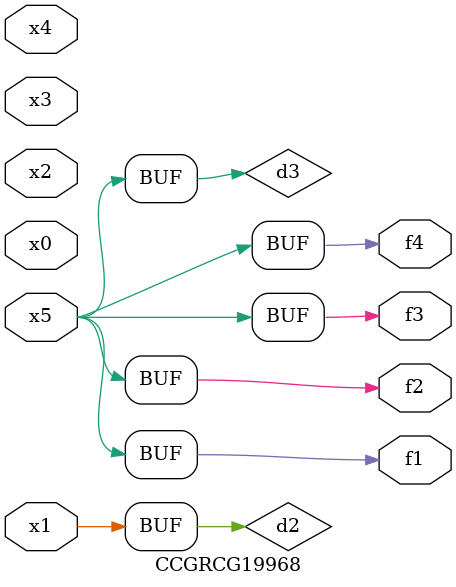
<source format=v>
module CCGRCG19968(
	input x0, x1, x2, x3, x4, x5,
	output f1, f2, f3, f4
);

	wire d1, d2, d3;

	not (d1, x5);
	or (d2, x1);
	xnor (d3, d1);
	assign f1 = d3;
	assign f2 = d3;
	assign f3 = d3;
	assign f4 = d3;
endmodule

</source>
